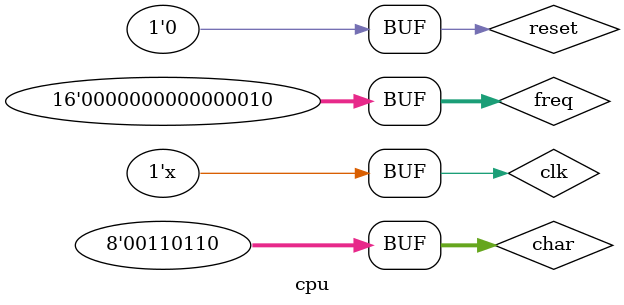
<source format=v>
`timescale 1ns / 1ps


module cpu;

	// Inputs
	reg clk;
	reg reset;
	reg [7:0] char;
	reg [15:0] freq;

	// Outputs
	wire [1:0] format_type;
	wire [3:0] error_code;

	// Instantiate the Unit Under Test (UUT)
	cpu_checker uut (
		.clk(clk), 
		.reset(reset), 
		.char(char), 
		.freq(freq), 
		.format_type(format_type), 
		.error_code(error_code)
	);

	initial begin
		// Initialize Inputs
		clk = 0;
		reset = 0;
		char = 0;
		freq = 2;

		// Wait 100 ns for global reset to finish
		#100;
        #10;
		char="^";
      #10;
		char="1";
		#10;
		char="0";
		#10;
		char="2";
		#10;
		char="3";
		#10;
		char="@";
		#10;
		char="0";
		#10;
		char="0";
		#10;
		char="0";
		#10;
		char="0";
		#10;
		char="2";
		#10;
		char="0";
		#10;
		char="f";
		#10;
		char="c";
		#10;
		char=":";
		#10;
		char="*";
		#10;
		char="3";
		#10;
		char="2";
		#10;
		char="<";
		#10;
		char="=";
		#10;
		char=" ";
		#10;
		char="8";
		#10;
		char="9";
		#10;
		char="a";
		#10;
		char="b";
		#10;
		char="c";
		#10;
		char="d";
		#10;
		char="e";
		#10;
		char="f";
		#10;
		char="#";
		#10;
		char="^";
		#10;
		char="6";
		#10;
		// Add stimulus here
end
always #5 clk=~clk;      
endmodule


</source>
